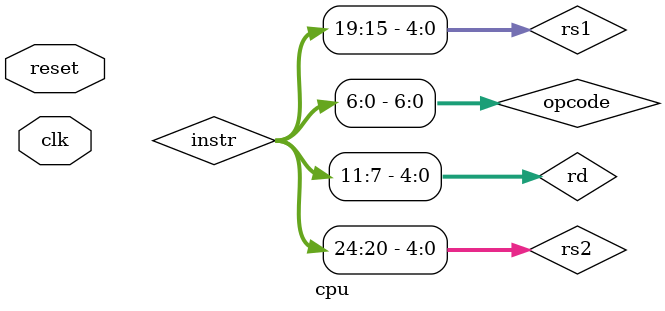
<source format=v>
module cpu(
    input wire clk,
    input wire reset
);
    wire [31:0] instr;
    wire [31:0] pc_out;

    // Signals for fetch stage
    wire jal, jalr;
    wire branch_taken;
    wire [31:0] branch_target, jalr_target;

    cpu_fetch fetch_unit(
        .clk(clk),
        .reset(reset),
        .jal(jal),
        .jalr(jalr),
        .branch(Branch),
        .branch_taken(branch_taken),
        .branch_target(branch_target),
        .jalr_target(jalr_target),
        .instr(instr),
        .pc_out(pc_out)
    );

    // Decode fields
    wire [6:0] opcode = instr[6:0];
    wire [2:0] funct3 = instr[14:12];
    wire [6:0] funct7 = instr[31:25];
    wire [4:0] rd  = instr[11:7];
    wire [4:0] rs1 = instr[19:15];
    wire [4:0] rs2 = instr[24:20];

    // Immediate generator
    wire [31:0] imm;
    imm_gen imm_unit(
        .instr(instr),
        .imm_out(imm)
    );

    // Control signals
    wire [1:0] ALUOp;
    wire RegWrite, MemRead, MemWrite, Branch, Jump, ALUSrc;

    control_unit cu(
        .opcode(opcode),
        .funct3(funct3),
        .funct7(funct7),
        .ALUOp(ALUOp),
        .RegWrite(RegWrite),
        .MemRead(MemRead),
        .MemWrite(MemWrite),
        .Branch(Branch),
        .Jump(Jump),
        .ALUSrc(ALUSrc)
    );

    // Register and ALU outputs
    wire [31:0] alu_result;
    wire zero;
    wire [31:0] rd1, rd2;
    wire [31:0] write_back_data;

    // Data memory
    wire [31:0] mem_data;
    data_mem dmem(
        .clk(clk),
        .mem_read(MemRead),
        .mem_write(MemWrite),
        .addr(alu_result),
        .write_data(rd2),
        .read_data(mem_data)
    );


    execute exec_unit(
        .clk(clk),
        .we(RegWrite),
        .alu_op(ALUOp),
        .rs1(rs1),
        .rs2(rs2),
        .rd(rd),
        .instr(instr),
        .alu_src(ALUSrc),
        .funct3(funct3),
        .funct7_5(funct7[5]),
        .wb_data(write_back_data),
        .alu_result(alu_result),
        .zero(zero),
        .rd1(rd1),
        .rd2(rd2)
    );

    // PC increment
    wire [31:0] pc_plus4 = pc_out + 4;

    // Branch and jump target calculations
    assign branch_target = pc_out + imm;
    assign jalr_target   = (rd1 + imm) & 32'hffff_fffe;

    // Branch decision (only BEQ implemented)
    assign branch_taken = Branch && zero;

    // Distinguish between JAL and JALR
    assign jal  = Jump && (opcode == 7'b1101111);
    assign jalr = Jump && (opcode == 7'b1100111);

    // Writeback mux: priority Jump -> Load -> ALU
    assign write_back_data = jal | jalr ? pc_plus4 :
                              MemRead    ? mem_data  :
                              alu_result;

    // TODO: Additional features could be added here
endmodule

</source>
